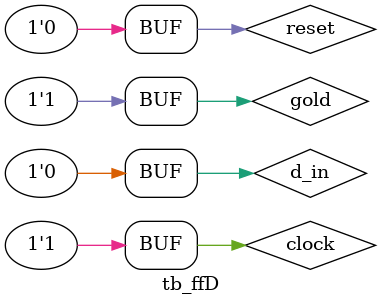
<source format=sv>
`timescale 1ns/1ps;

module tb_ffD();

logic d_in;
logic d_out;
bit clock, reset;
logic gold;

flipflopD TEST (.d_in(d_in), .clock(clock), .d_out(d_out), .reset(reset));

always begin
#8 clock = 1'b0;
#8 clock = 1'b1;
end


initial begin 
 reset <= 0;
 d_in = 1'b1;
 clock <= 0;
 gold <= 1'b0;
 
#15 reset <= 1;
#20 d_in <= 1'b1; gold <= d_in;
#15 reset <= 0;
#20 d_in <= 1'b0; gold <= d_in;
#15 reset <= 0;
#20 d_in <= 1'b1; gold <= d_in;
#15 reset <= 1;
#20 d_in <= 1'b1; gold <= d_in;
#15 reset <= 1;
#20 d_in <= 1'b1; gold <= d_in;
#15 reset <= 0;
#20 d_in <= 1'b0; gold <= d_in;
end

endmodule 		
		
</source>
